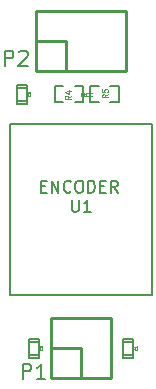
<source format=gto>
%FSLAX34Y34*%
G04 Gerber Fmt 3.4, Leading zero omitted, Abs format*
G04 (created by PCBNEW (2014-04-07 BZR 4791)-product) date Mon 14 Apr 2014 04:16:44 PM CEST*
%MOIN*%
G01*
G70*
G90*
G04 APERTURE LIST*
%ADD10C,0.005906*%
%ADD11C,0.005000*%
%ADD12C,0.010000*%
%ADD13C,0.001600*%
%ADD14C,0.004500*%
%ADD15C,0.008000*%
G04 APERTURE END LIST*
G54D10*
G54D11*
X59879Y-46282D02*
X60199Y-46282D01*
X60189Y-45842D02*
X59879Y-45842D01*
X60199Y-45742D02*
X60199Y-46382D01*
X60199Y-46382D02*
X59879Y-46382D01*
X59879Y-46382D02*
X59879Y-45742D01*
X59879Y-45742D02*
X60199Y-45742D01*
X56729Y-46282D02*
X57049Y-46282D01*
X57039Y-45842D02*
X56729Y-45842D01*
X57049Y-45742D02*
X57049Y-46382D01*
X57049Y-46382D02*
X56729Y-46382D01*
X56729Y-46382D02*
X56729Y-45742D01*
X56729Y-45742D02*
X57049Y-45742D01*
X56336Y-37818D02*
X56656Y-37818D01*
X56646Y-37378D02*
X56336Y-37378D01*
X56656Y-37278D02*
X56656Y-37918D01*
X56656Y-37918D02*
X56336Y-37918D01*
X56336Y-37918D02*
X56336Y-37278D01*
X56336Y-37278D02*
X56656Y-37278D01*
X58267Y-37873D02*
X58545Y-37873D01*
X58545Y-37873D02*
X58545Y-37323D01*
X58545Y-37323D02*
X58267Y-37323D01*
X57595Y-37873D02*
X57873Y-37873D01*
X57595Y-37873D02*
X57595Y-37323D01*
X57595Y-37323D02*
X57873Y-37323D01*
X59054Y-37323D02*
X58776Y-37323D01*
X58776Y-37323D02*
X58776Y-37873D01*
X58776Y-37873D02*
X59054Y-37873D01*
X59726Y-37323D02*
X59448Y-37323D01*
X59726Y-37323D02*
X59726Y-37873D01*
X59726Y-37873D02*
X59448Y-37873D01*
G54D10*
X56102Y-38584D02*
X60827Y-38584D01*
X60827Y-38584D02*
X60827Y-44292D01*
X60827Y-44292D02*
X56102Y-44292D01*
X56102Y-44292D02*
X56102Y-38584D01*
G54D12*
X56964Y-35826D02*
X57964Y-35826D01*
X57964Y-35826D02*
X57964Y-36826D01*
X56964Y-36826D02*
X59964Y-36826D01*
X59964Y-36826D02*
X59964Y-34826D01*
X59964Y-34826D02*
X57964Y-34826D01*
X56964Y-36826D02*
X56964Y-35826D01*
X56964Y-34826D02*
X56964Y-35826D01*
X57964Y-34826D02*
X56964Y-34826D01*
X57464Y-46062D02*
X57464Y-47062D01*
X57464Y-47062D02*
X58464Y-47062D01*
X58464Y-47062D02*
X58464Y-46062D01*
X58464Y-46062D02*
X57464Y-46062D01*
X57464Y-46062D02*
X57464Y-45062D01*
X57464Y-45062D02*
X59464Y-45062D01*
X59464Y-45062D02*
X59464Y-47062D01*
X59464Y-47062D02*
X58464Y-47062D01*
G54D13*
X60317Y-46076D02*
X60321Y-46079D01*
X60325Y-46091D01*
X60325Y-46098D01*
X60321Y-46110D01*
X60313Y-46117D01*
X60306Y-46121D01*
X60291Y-46125D01*
X60279Y-46125D01*
X60264Y-46121D01*
X60257Y-46117D01*
X60249Y-46110D01*
X60246Y-46098D01*
X60246Y-46091D01*
X60249Y-46079D01*
X60253Y-46076D01*
X60325Y-46000D02*
X60325Y-46046D01*
X60325Y-46023D02*
X60246Y-46023D01*
X60257Y-46031D01*
X60264Y-46038D01*
X60268Y-46046D01*
X57167Y-46076D02*
X57171Y-46079D01*
X57175Y-46091D01*
X57175Y-46098D01*
X57171Y-46110D01*
X57164Y-46117D01*
X57156Y-46121D01*
X57141Y-46125D01*
X57130Y-46125D01*
X57115Y-46121D01*
X57107Y-46117D01*
X57100Y-46110D01*
X57096Y-46098D01*
X57096Y-46091D01*
X57100Y-46079D01*
X57104Y-46076D01*
X57104Y-46046D02*
X57100Y-46042D01*
X57096Y-46034D01*
X57096Y-46015D01*
X57100Y-46008D01*
X57104Y-46004D01*
X57111Y-46000D01*
X57119Y-46000D01*
X57130Y-46004D01*
X57175Y-46049D01*
X57175Y-46000D01*
X56774Y-37611D02*
X56778Y-37615D01*
X56781Y-37626D01*
X56781Y-37634D01*
X56778Y-37645D01*
X56770Y-37652D01*
X56762Y-37656D01*
X56747Y-37660D01*
X56736Y-37660D01*
X56721Y-37656D01*
X56714Y-37652D01*
X56706Y-37645D01*
X56702Y-37634D01*
X56702Y-37626D01*
X56706Y-37615D01*
X56710Y-37611D01*
X56702Y-37585D02*
X56702Y-37536D01*
X56732Y-37562D01*
X56732Y-37551D01*
X56736Y-37543D01*
X56740Y-37540D01*
X56747Y-37536D01*
X56766Y-37536D01*
X56774Y-37540D01*
X56778Y-37543D01*
X56781Y-37551D01*
X56781Y-37573D01*
X56778Y-37581D01*
X56774Y-37585D01*
G54D14*
X58134Y-37653D02*
X58041Y-37713D01*
X58134Y-37756D02*
X57937Y-37756D01*
X57937Y-37687D01*
X57947Y-37670D01*
X57956Y-37661D01*
X57975Y-37653D01*
X58003Y-37653D01*
X58022Y-37661D01*
X58031Y-37670D01*
X58041Y-37687D01*
X58041Y-37756D01*
X58003Y-37499D02*
X58134Y-37499D01*
X57928Y-37541D02*
X58069Y-37584D01*
X58069Y-37473D01*
X58830Y-37542D02*
X58735Y-37602D01*
X58830Y-37645D02*
X58630Y-37645D01*
X58630Y-37576D01*
X58639Y-37559D01*
X58649Y-37551D01*
X58668Y-37542D01*
X58697Y-37542D01*
X58716Y-37551D01*
X58725Y-37559D01*
X58735Y-37576D01*
X58735Y-37645D01*
X59366Y-37603D02*
X59272Y-37663D01*
X59366Y-37706D02*
X59169Y-37706D01*
X59169Y-37637D01*
X59178Y-37620D01*
X59187Y-37611D01*
X59206Y-37603D01*
X59234Y-37603D01*
X59253Y-37611D01*
X59262Y-37620D01*
X59272Y-37637D01*
X59272Y-37706D01*
X59169Y-37440D02*
X59169Y-37526D01*
X59262Y-37534D01*
X59253Y-37526D01*
X59244Y-37509D01*
X59244Y-37466D01*
X59253Y-37449D01*
X59262Y-37440D01*
X59281Y-37431D01*
X59328Y-37431D01*
X59347Y-37440D01*
X59356Y-37449D01*
X59366Y-37466D01*
X59366Y-37509D01*
X59356Y-37526D01*
X59347Y-37534D01*
X58673Y-37542D02*
X58578Y-37602D01*
X58673Y-37645D02*
X58473Y-37645D01*
X58473Y-37576D01*
X58482Y-37559D01*
X58492Y-37551D01*
X58511Y-37542D01*
X58540Y-37542D01*
X58559Y-37551D01*
X58568Y-37559D01*
X58578Y-37576D01*
X58578Y-37645D01*
G54D10*
X58164Y-41124D02*
X58164Y-41443D01*
X58183Y-41480D01*
X58202Y-41499D01*
X58239Y-41518D01*
X58314Y-41518D01*
X58352Y-41499D01*
X58371Y-41480D01*
X58389Y-41443D01*
X58389Y-41124D01*
X58783Y-41518D02*
X58558Y-41518D01*
X58671Y-41518D02*
X58671Y-41124D01*
X58633Y-41180D01*
X58596Y-41218D01*
X58558Y-41237D01*
X57134Y-40672D02*
X57265Y-40672D01*
X57321Y-40878D02*
X57134Y-40878D01*
X57134Y-40484D01*
X57321Y-40484D01*
X57490Y-40878D02*
X57490Y-40484D01*
X57715Y-40878D01*
X57715Y-40484D01*
X58128Y-40840D02*
X58109Y-40859D01*
X58053Y-40878D01*
X58015Y-40878D01*
X57959Y-40859D01*
X57921Y-40822D01*
X57903Y-40784D01*
X57884Y-40709D01*
X57884Y-40653D01*
X57903Y-40578D01*
X57921Y-40540D01*
X57959Y-40503D01*
X58015Y-40484D01*
X58053Y-40484D01*
X58109Y-40503D01*
X58128Y-40522D01*
X58371Y-40484D02*
X58446Y-40484D01*
X58484Y-40503D01*
X58521Y-40540D01*
X58540Y-40615D01*
X58540Y-40747D01*
X58521Y-40822D01*
X58484Y-40859D01*
X58446Y-40878D01*
X58371Y-40878D01*
X58334Y-40859D01*
X58296Y-40822D01*
X58278Y-40747D01*
X58278Y-40615D01*
X58296Y-40540D01*
X58334Y-40503D01*
X58371Y-40484D01*
X58709Y-40878D02*
X58709Y-40484D01*
X58803Y-40484D01*
X58859Y-40503D01*
X58896Y-40540D01*
X58915Y-40578D01*
X58934Y-40653D01*
X58934Y-40709D01*
X58915Y-40784D01*
X58896Y-40822D01*
X58859Y-40859D01*
X58803Y-40878D01*
X58709Y-40878D01*
X59102Y-40672D02*
X59234Y-40672D01*
X59290Y-40878D02*
X59102Y-40878D01*
X59102Y-40484D01*
X59290Y-40484D01*
X59684Y-40878D02*
X59552Y-40690D01*
X59459Y-40878D02*
X59459Y-40484D01*
X59609Y-40484D01*
X59646Y-40503D01*
X59665Y-40522D01*
X59684Y-40559D01*
X59684Y-40615D01*
X59665Y-40653D01*
X59646Y-40672D01*
X59609Y-40690D01*
X59459Y-40690D01*
G54D15*
X55930Y-36643D02*
X55930Y-36143D01*
X56120Y-36143D01*
X56168Y-36167D01*
X56192Y-36191D01*
X56215Y-36238D01*
X56215Y-36310D01*
X56192Y-36357D01*
X56168Y-36381D01*
X56120Y-36405D01*
X55930Y-36405D01*
X56406Y-36191D02*
X56430Y-36167D01*
X56477Y-36143D01*
X56596Y-36143D01*
X56644Y-36167D01*
X56668Y-36191D01*
X56692Y-36238D01*
X56692Y-36286D01*
X56668Y-36357D01*
X56382Y-36643D01*
X56692Y-36643D01*
X56520Y-47076D02*
X56520Y-46576D01*
X56711Y-46576D01*
X56758Y-46600D01*
X56782Y-46624D01*
X56806Y-46671D01*
X56806Y-46743D01*
X56782Y-46790D01*
X56758Y-46814D01*
X56711Y-46838D01*
X56520Y-46838D01*
X57282Y-47076D02*
X56996Y-47076D01*
X57139Y-47076D02*
X57139Y-46576D01*
X57092Y-46648D01*
X57044Y-46695D01*
X56996Y-46719D01*
M02*

</source>
